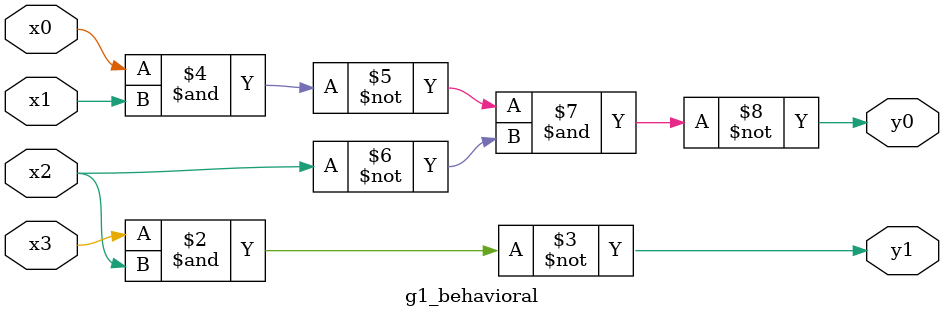
<source format=v>
`timescale 1ns / 1ps
module g1_behavioral(
    input x3,
    input x2,
    input x1,
    input x0,
    output y1,
    output y0
    );

	reg y1, y0; //ouputs must be reg
	
	always @(x3 or x2 or x1 or x0) begin // when any of these inputs change
		//do something
		y1 = ~(x3 & x2);
	   y0 = ~((~(x0 & x1)) & ~x2);
	end
endmodule

</source>
